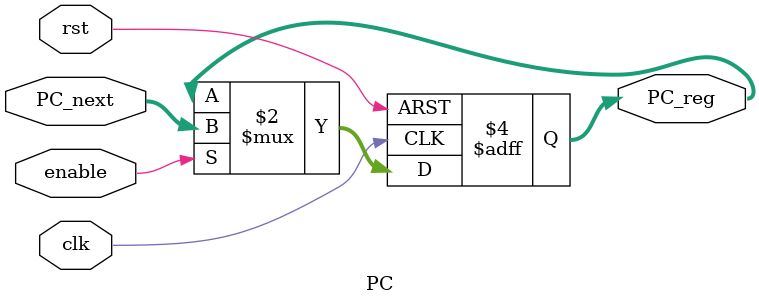
<source format=v>
module PC (
    input  wire        clk,
    input  wire        rst,
    input  wire        enable,
    input  wire [31:0] PC_next,
    output reg  [31:0] PC_reg
);

    always @(posedge clk or posedge rst) 
	begin
        if (rst)
            PC_reg <= 32'b0;
        else if (enable)
            PC_reg <= PC_next;
    	end

endmodule

</source>
